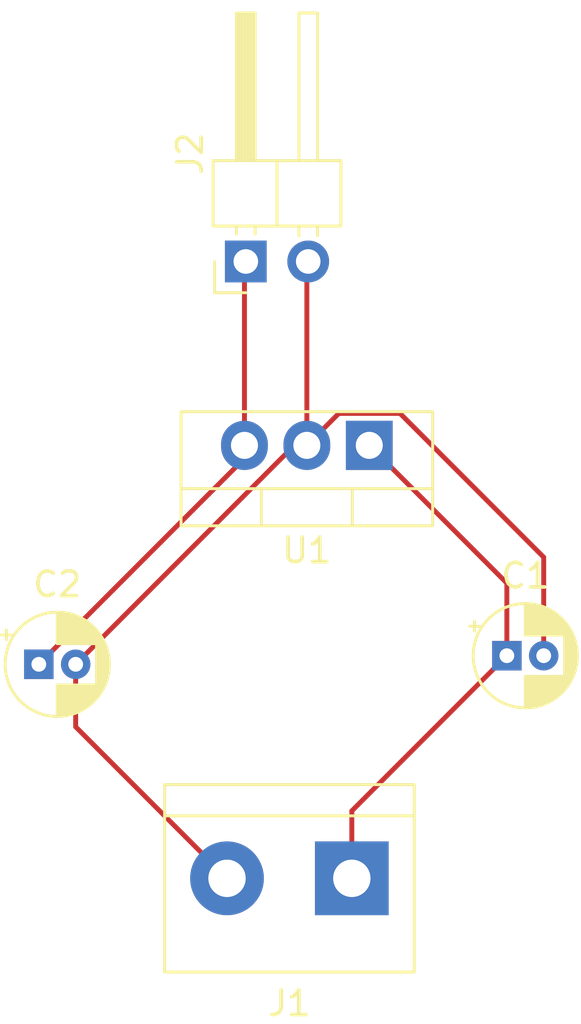
<source format=kicad_pcb>
(kicad_pcb (version 20240108) (generator "pcbnew") (generator_version "8.0")
  (layers (0 "F.Cu" signal) (31 "B.Cu" signal) (34 "B.Paste" user) (35 "F.Paste" user) (36 "B.SilkS" user "B.Silkscreen") (37 "F.SilkS" user "F.Silkscreen") (38 "B.Mask" user) (39 "F.Mask" user) (44 "Edge.Cuts" user))
  (net 0 "")
  (net 1 "Power supply")
  (net 2 "Earth")
  (net 3 "+5V")
  (footprint "Connector_PinHeader_2.54mm:PinHeader_1x02_P2.54mm_Horizontal" (layer "F.Cu") (at 141.725 74.125 90)
    (property "Reference" "J2" (at 4.385 -2.27 90) (layer "F.SilkS"))
    (property "Value" "Conn_01x02_Pin")
    (fp_line (start 4.1 -1.33) (end 1.44 -1.33) (stroke (width 0.12)) (layer "F.SilkS"))
    (fp_line (start 1.44 -1.33) (end 1.44 3.87) (stroke (width 0.12)) (layer "F.SilkS"))
    (fp_line (start -1.27 -1.27) (end 0 -1.27) (stroke (width 0.12)) (layer "F.SilkS"))
    (fp_line (start 10.1 -0.38) (end 10.1 0.38) (stroke (width 0.12)) (layer "F.SilkS"))
    (fp_line (start 4.1 -0.38) (end 10.1 -0.38) (stroke (width 0.12)) (layer "F.SilkS"))
    (fp_line (start 1.11 -0.38) (end 1.44 -0.38) (stroke (width 0.12)) (layer "F.SilkS"))
    (fp_line (start 4.1 -0.32) (end 10.1 -0.32) (stroke (width 0.12)) (layer "F.SilkS"))
    (fp_line (start 4.1 -0.2) (end 10.1 -0.2) (stroke (width 0.12)) (layer "F.SilkS"))
    (fp_line (start 4.1 -0.08) (end 10.1 -0.08) (stroke (width 0.12)) (layer "F.SilkS"))
    (fp_line (start -1.27 0) (end -1.27 -1.27) (stroke (width 0.12)) (layer "F.SilkS"))
    (fp_line (start 4.1 0.04) (end 10.1 0.04) (stroke (width 0.12)) (layer "F.SilkS"))
    (fp_line (start 4.1 0.16) (end 10.1 0.16) (stroke (width 0.12)) (layer "F.SilkS"))
    (fp_line (start 4.1 0.28) (end 10.1 0.28) (stroke (width 0.12)) (layer "F.SilkS"))
    (fp_line (start 10.1 0.38) (end 4.1 0.38) (stroke (width 0.12)) (layer "F.SilkS"))
    (fp_line (start 1.11 0.38) (end 1.44 0.38) (stroke (width 0.12)) (layer "F.SilkS"))
    (fp_line (start 1.44 1.27) (end 4.1 1.27) (stroke (width 0.12)) (layer "F.SilkS"))
    (fp_line (start 10.1 2.16) (end 10.1 2.92) (stroke (width 0.12)) (layer "F.SilkS"))
    (fp_line (start 4.1 2.16) (end 10.1 2.16) (stroke (width 0.12)) (layer "F.SilkS"))
    (fp_line (start 1.042929 2.16) (end 1.44 2.16) (stroke (width 0.12)) (layer "F.SilkS"))
    (fp_line (start 10.1 2.92) (end 4.1 2.92) (stroke (width 0.12)) (layer "F.SilkS"))
    (fp_line (start 1.042929 2.92) (end 1.44 2.92) (stroke (width 0.12)) (layer "F.SilkS"))
    (fp_line (start 4.1 3.87) (end 4.1 -1.33) (stroke (width 0.12)) (layer "F.SilkS"))
    (fp_line (start 1.44 3.87) (end 4.1 3.87) (stroke (width 0.12)) (layer "F.SilkS"))
    (pad "1" thru_hole rect (at 0 0 90) (size 1.7 1.7) (drill 1) (layers "*.Cu" "*.Mask") (net 3 "+5V"))
    (pad "2" thru_hole oval (at 0 2.54 90) (size 1.7 1.7) (drill 1) (layers "*.Cu" "*.Mask") (net 2 "Earth"))
  )
  (footprint "Capacitor_THT:CP_Radial_D4.0mm_P1.50mm" (layer "F.Cu") (at 133.3 90.5)
    (property "Reference" "C2" (at 0.75 -3.25 0) (layer "F.SilkS"))
    (property "Value" "C")
    (fp_line (start -1.519801 -1.195) (end -1.119801 -1.195) (stroke (width 0.12)) (layer "F.SilkS"))
    (fp_line (start -1.319801 -1.395) (end -1.319801 -0.995) (stroke (width 0.12)) (layer "F.SilkS"))
    (fp_line (start 0.75 -2.08) (end 0.75 -0.84) (stroke (width 0.12)) (layer "F.SilkS"))
    (fp_line (start 0.75 0.84) (end 0.75 2.08) (stroke (width 0.12)) (layer "F.SilkS"))
    (fp_line (start 0.79 -2.08) (end 0.79 -0.84) (stroke (width 0.12)) (layer "F.SilkS"))
    (fp_line (start 0.79 0.84) (end 0.79 2.08) (stroke (width 0.12)) (layer "F.SilkS"))
    (fp_line (start 0.83 -2.079) (end 0.83 -0.84) (stroke (width 0.12)) (layer "F.SilkS"))
    (fp_line (start 0.83 0.84) (end 0.83 2.079) (stroke (width 0.12)) (layer "F.SilkS"))
    (fp_line (start 0.87 -2.077) (end 0.87 -0.84) (stroke (width 0.12)) (layer "F.SilkS"))
    (fp_line (start 0.87 0.84) (end 0.87 2.077) (stroke (width 0.12)) (layer "F.SilkS"))
    (fp_line (start 0.91 -2.074) (end 0.91 -0.84) (stroke (width 0.12)) (layer "F.SilkS"))
    (fp_line (start 0.91 0.84) (end 0.91 2.074) (stroke (width 0.12)) (layer "F.SilkS"))
    (fp_line (start 0.95 -2.071) (end 0.95 -0.84) (stroke (width 0.12)) (layer "F.SilkS"))
    (fp_line (start 0.95 0.84) (end 0.95 2.071) (stroke (width 0.12)) (layer "F.SilkS"))
    (fp_line (start 0.99 -2.067) (end 0.99 -0.84) (stroke (width 0.12)) (layer "F.SilkS"))
    (fp_line (start 0.99 0.84) (end 0.99 2.067) (stroke (width 0.12)) (layer "F.SilkS"))
    (fp_line (start 1.03 -2.062) (end 1.03 -0.84) (stroke (width 0.12)) (layer "F.SilkS"))
    (fp_line (start 1.03 0.84) (end 1.03 2.062) (stroke (width 0.12)) (layer "F.SilkS"))
    (fp_line (start 1.07 -2.056) (end 1.07 -0.84) (stroke (width 0.12)) (layer "F.SilkS"))
    (fp_line (start 1.07 0.84) (end 1.07 2.056) (stroke (width 0.12)) (layer "F.SilkS"))
    (fp_line (start 1.11 -2.05) (end 1.11 -0.84) (stroke (width 0.12)) (layer "F.SilkS"))
    (fp_line (start 1.11 0.84) (end 1.11 2.05) (stroke (width 0.12)) (layer "F.SilkS"))
    (fp_line (start 1.15 -2.042) (end 1.15 -0.84) (stroke (width 0.12)) (layer "F.SilkS"))
    (fp_line (start 1.15 0.84) (end 1.15 2.042) (stroke (width 0.12)) (layer "F.SilkS"))
    (fp_line (start 1.19 -2.034) (end 1.19 -0.84) (stroke (width 0.12)) (layer "F.SilkS"))
    (fp_line (start 1.19 0.84) (end 1.19 2.034) (stroke (width 0.12)) (layer "F.SilkS"))
    (fp_line (start 1.23 -2.025) (end 1.23 -0.84) (stroke (width 0.12)) (layer "F.SilkS"))
    (fp_line (start 1.23 0.84) (end 1.23 2.025) (stroke (width 0.12)) (layer "F.SilkS"))
    (fp_line (start 1.27 -2.016) (end 1.27 -0.84) (stroke (width 0.12)) (layer "F.SilkS"))
    (fp_line (start 1.27 0.84) (end 1.27 2.016) (stroke (width 0.12)) (layer "F.SilkS"))
    (fp_line (start 1.31 -2.005) (end 1.31 -0.84) (stroke (width 0.12)) (layer "F.SilkS"))
    (fp_line (start 1.31 0.84) (end 1.31 2.005) (stroke (width 0.12)) (layer "F.SilkS"))
    (fp_line (start 1.35 -1.994) (end 1.35 -0.84) (stroke (width 0.12)) (layer "F.SilkS"))
    (fp_line (start 1.35 0.84) (end 1.35 1.994) (stroke (width 0.12)) (layer "F.SilkS"))
    (fp_line (start 1.39 -1.982) (end 1.39 -0.84) (stroke (width 0.12)) (layer "F.SilkS"))
    (fp_line (start 1.39 0.84) (end 1.39 1.982) (stroke (width 0.12)) (layer "F.SilkS"))
    (fp_line (start 1.43 -1.968) (end 1.43 -0.84) (stroke (width 0.12)) (layer "F.SilkS"))
    (fp_line (start 1.43 0.84) (end 1.43 1.968) (stroke (width 0.12)) (layer "F.SilkS"))
    (fp_line (start 1.471 -1.954) (end 1.471 -0.84) (stroke (width 0.12)) (layer "F.SilkS"))
    (fp_line (start 1.471 0.84) (end 1.471 1.954) (stroke (width 0.12)) (layer "F.SilkS"))
    (fp_line (start 1.511 -1.94) (end 1.511 -0.84) (stroke (width 0.12)) (layer "F.SilkS"))
    (fp_line (start 1.511 0.84) (end 1.511 1.94) (stroke (width 0.12)) (layer "F.SilkS"))
    (fp_line (start 1.551 -1.924) (end 1.551 -0.84) (stroke (width 0.12)) (layer "F.SilkS"))
    (fp_line (start 1.551 0.84) (end 1.551 1.924) (stroke (width 0.12)) (layer "F.SilkS"))
    (fp_line (start 1.591 -1.907) (end 1.591 -0.84) (stroke (width 0.12)) (layer "F.SilkS"))
    (fp_line (start 1.591 0.84) (end 1.591 1.907) (stroke (width 0.12)) (layer "F.SilkS"))
    (fp_line (start 1.631 -1.889) (end 1.631 -0.84) (stroke (width 0.12)) (layer "F.SilkS"))
    (fp_line (start 1.631 0.84) (end 1.631 1.889) (stroke (width 0.12)) (layer "F.SilkS"))
    (fp_line (start 1.671 -1.87) (end 1.671 -0.84) (stroke (width 0.12)) (layer "F.SilkS"))
    (fp_line (start 1.671 0.84) (end 1.671 1.87) (stroke (width 0.12)) (layer "F.SilkS"))
    (fp_line (start 1.711 -1.851) (end 1.711 -0.84) (stroke (width 0.12)) (layer "F.SilkS"))
    (fp_line (start 1.711 0.84) (end 1.711 1.851) (stroke (width 0.12)) (layer "F.SilkS"))
    (fp_line (start 1.751 -1.83) (end 1.751 -0.84) (stroke (width 0.12)) (layer "F.SilkS"))
    (fp_line (start 1.751 0.84) (end 1.751 1.83) (stroke (width 0.12)) (layer "F.SilkS"))
    (fp_line (start 1.791 -1.808) (end 1.791 -0.84) (stroke (width 0.12)) (layer "F.SilkS"))
    (fp_line (start 1.791 0.84) (end 1.791 1.808) (stroke (width 0.12)) (layer "F.SilkS"))
    (fp_line (start 1.831 -1.785) (end 1.831 -0.84) (stroke (width 0.12)) (layer "F.SilkS"))
    (fp_line (start 1.831 0.84) (end 1.831 1.785) (stroke (width 0.12)) (layer "F.SilkS"))
    (fp_line (start 1.871 -1.76) (end 1.871 -0.84) (stroke (width 0.12)) (layer "F.SilkS"))
    (fp_line (start 1.871 0.84) (end 1.871 1.76) (stroke (width 0.12)) (layer "F.SilkS"))
    (fp_line (start 1.911 -1.735) (end 1.911 -0.84) (stroke (width 0.12)) (layer "F.SilkS"))
    (fp_line (start 1.911 0.84) (end 1.911 1.735) (stroke (width 0.12)) (layer "F.SilkS"))
    (fp_line (start 1.951 -1.708) (end 1.951 -0.84) (stroke (width 0.12)) (layer "F.SilkS"))
    (fp_line (start 1.951 0.84) (end 1.951 1.708) (stroke (width 0.12)) (layer "F.SilkS"))
    (fp_line (start 1.991 -1.68) (end 1.991 -0.84) (stroke (width 0.12)) (layer "F.SilkS"))
    (fp_line (start 1.991 0.84) (end 1.991 1.68) (stroke (width 0.12)) (layer "F.SilkS"))
    (fp_line (start 2.031 -1.65) (end 2.031 -0.84) (stroke (width 0.12)) (layer "F.SilkS"))
    (fp_line (start 2.031 0.84) (end 2.031 1.65) (stroke (width 0.12)) (layer "F.SilkS"))
    (fp_line (start 2.071 -1.619) (end 2.071 -0.84) (stroke (width 0.12)) (layer "F.SilkS"))
    (fp_line (start 2.071 0.84) (end 2.071 1.619) (stroke (width 0.12)) (layer "F.SilkS"))
    (fp_line (start 2.111 -1.587) (end 2.111 -0.84) (stroke (width 0.12)) (layer "F.SilkS"))
    (fp_line (start 2.111 0.84) (end 2.111 1.587) (stroke (width 0.12)) (layer "F.SilkS"))
    (fp_line (start 2.151 -1.552) (end 2.151 -0.84) (stroke (width 0.12)) (layer "F.SilkS"))
    (fp_line (start 2.151 0.84) (end 2.151 1.552) (stroke (width 0.12)) (layer "F.SilkS"))
    (fp_line (start 2.191 -1.516) (end 2.191 -0.84) (stroke (width 0.12)) (layer "F.SilkS"))
    (fp_line (start 2.191 0.84) (end 2.191 1.516) (stroke (width 0.12)) (layer "F.SilkS"))
    (fp_line (start 2.231 -1.478) (end 2.231 -0.84) (stroke (width 0.12)) (layer "F.SilkS"))
    (fp_line (start 2.231 0.84) (end 2.231 1.478) (stroke (width 0.12)) (layer "F.SilkS"))
    (fp_line (start 2.271 -1.438) (end 2.271 -0.84) (stroke (width 0.12)) (layer "F.SilkS"))
    (fp_line (start 2.271 0.84) (end 2.271 1.438) (stroke (width 0.12)) (layer "F.SilkS"))
    (fp_line (start 2.311 -1.396) (end 2.311 -0.84) (stroke (width 0.12)) (layer "F.SilkS"))
    (fp_line (start 2.311 0.84) (end 2.311 1.396) (stroke (width 0.12)) (layer "F.SilkS"))
    (fp_line (start 2.351 -1.351) (end 2.351 1.351) (stroke (width 0.12)) (layer "F.SilkS"))
    (fp_line (start 2.391 -1.304) (end 2.391 1.304) (stroke (width 0.12)) (layer "F.SilkS"))
    (fp_line (start 2.431 -1.254) (end 2.431 1.254) (stroke (width 0.12)) (layer "F.SilkS"))
    (fp_line (start 2.471 -1.2) (end 2.471 1.2) (stroke (width 0.12)) (layer "F.SilkS"))
    (fp_line (start 2.511 -1.142) (end 2.511 1.142) (stroke (width 0.12)) (layer "F.SilkS"))
    (fp_line (start 2.551 -1.08) (end 2.551 1.08) (stroke (width 0.12)) (layer "F.SilkS"))
    (fp_line (start 2.591 -1.013) (end 2.591 1.013) (stroke (width 0.12)) (layer "F.SilkS"))
    (fp_line (start 2.631 -0.94) (end 2.631 0.94) (stroke (width 0.12)) (layer "F.SilkS"))
    (fp_line (start 2.671 -0.859) (end 2.671 0.859) (stroke (width 0.12)) (layer "F.SilkS"))
    (fp_line (start 2.711 -0.768) (end 2.711 0.768) (stroke (width 0.12)) (layer "F.SilkS"))
    (fp_line (start 2.751 -0.664) (end 2.751 0.664) (stroke (width 0.12)) (layer "F.SilkS"))
    (fp_line (start 2.791 -0.537) (end 2.791 0.537) (stroke (width 0.12)) (layer "F.SilkS"))
    (fp_line (start 2.831 -0.37) (end 2.831 0.37) (stroke (width 0.12)) (layer "F.SilkS"))
    (fp_circle (center 0.75 0) (end 2.87 0) (stroke (width 0.12)) (fill none) (layer "F.SilkS"))
    (pad "1" thru_hole rect (at 0 0) (size 1.2 1.2) (drill 0.6) (layers "*.Cu" "*.Mask") (net 3 "+5V"))
    (pad "2" thru_hole circle (at 1.5 0) (size 1.2 1.2) (drill 0.6) (layers "*.Cu" "*.Mask") (net 2 "Earth"))
  )
  (footprint "TerminalBlock:TerminalBlock_bornier-2_P5.08mm" (layer "F.Cu") (at 146.04 99.2 180)
    (property "Reference" "J1" (at 2.54 -5.08 360) (layer "F.SilkS"))
    (property "Value" "Conn_01x02_Socket")
    (fp_line (start 7.62 3.81) (end 7.62 -3.81) (stroke (width 0.12)) (layer "F.SilkS"))
    (fp_line (start 7.62 2.54) (end -2.54 2.54) (stroke (width 0.12)) (layer "F.SilkS"))
    (fp_line (start 7.62 -3.81) (end -2.54 -3.81) (stroke (width 0.12)) (layer "F.SilkS"))
    (fp_line (start -2.54 3.81) (end 7.62 3.81) (stroke (width 0.12)) (layer "F.SilkS"))
    (fp_line (start -2.54 -3.81) (end -2.54 3.81) (stroke (width 0.12)) (layer "F.SilkS"))
    (pad "1" thru_hole rect (at 0 0 180) (size 3 3) (drill 1.52) (layers "*.Cu" "*.Mask") (net 1 "Power supply"))
    (pad "2" thru_hole circle (at 5.08 0 180) (size 3 3) (drill 1.52) (layers "*.Cu" "*.Mask") (net 2 "Earth"))
  )
  (footprint "Capacitor_THT:CP_Radial_D4.0mm_P1.50mm" (layer "F.Cu") (at 152.35 90.15)
    (property "Reference" "C1" (at 0.75 -3.25 0) (layer "F.SilkS"))
    (property "Value" "C")
    (fp_line (start -1.519801 -1.195) (end -1.119801 -1.195) (stroke (width 0.12)) (layer "F.SilkS"))
    (fp_line (start -1.319801 -1.395) (end -1.319801 -0.995) (stroke (width 0.12)) (layer "F.SilkS"))
    (fp_line (start 0.75 -2.08) (end 0.75 -0.84) (stroke (width 0.12)) (layer "F.SilkS"))
    (fp_line (start 0.75 0.84) (end 0.75 2.08) (stroke (width 0.12)) (layer "F.SilkS"))
    (fp_line (start 0.79 -2.08) (end 0.79 -0.84) (stroke (width 0.12)) (layer "F.SilkS"))
    (fp_line (start 0.79 0.84) (end 0.79 2.08) (stroke (width 0.12)) (layer "F.SilkS"))
    (fp_line (start 0.83 -2.079) (end 0.83 -0.84) (stroke (width 0.12)) (layer "F.SilkS"))
    (fp_line (start 0.83 0.84) (end 0.83 2.079) (stroke (width 0.12)) (layer "F.SilkS"))
    (fp_line (start 0.87 -2.077) (end 0.87 -0.84) (stroke (width 0.12)) (layer "F.SilkS"))
    (fp_line (start 0.87 0.84) (end 0.87 2.077) (stroke (width 0.12)) (layer "F.SilkS"))
    (fp_line (start 0.91 -2.074) (end 0.91 -0.84) (stroke (width 0.12)) (layer "F.SilkS"))
    (fp_line (start 0.91 0.84) (end 0.91 2.074) (stroke (width 0.12)) (layer "F.SilkS"))
    (fp_line (start 0.95 -2.071) (end 0.95 -0.84) (stroke (width 0.12)) (layer "F.SilkS"))
    (fp_line (start 0.95 0.84) (end 0.95 2.071) (stroke (width 0.12)) (layer "F.SilkS"))
    (fp_line (start 0.99 -2.067) (end 0.99 -0.84) (stroke (width 0.12)) (layer "F.SilkS"))
    (fp_line (start 0.99 0.84) (end 0.99 2.067) (stroke (width 0.12)) (layer "F.SilkS"))
    (fp_line (start 1.03 -2.062) (end 1.03 -0.84) (stroke (width 0.12)) (layer "F.SilkS"))
    (fp_line (start 1.03 0.84) (end 1.03 2.062) (stroke (width 0.12)) (layer "F.SilkS"))
    (fp_line (start 1.07 -2.056) (end 1.07 -0.84) (stroke (width 0.12)) (layer "F.SilkS"))
    (fp_line (start 1.07 0.84) (end 1.07 2.056) (stroke (width 0.12)) (layer "F.SilkS"))
    (fp_line (start 1.11 -2.05) (end 1.11 -0.84) (stroke (width 0.12)) (layer "F.SilkS"))
    (fp_line (start 1.11 0.84) (end 1.11 2.05) (stroke (width 0.12)) (layer "F.SilkS"))
    (fp_line (start 1.15 -2.042) (end 1.15 -0.84) (stroke (width 0.12)) (layer "F.SilkS"))
    (fp_line (start 1.15 0.84) (end 1.15 2.042) (stroke (width 0.12)) (layer "F.SilkS"))
    (fp_line (start 1.19 -2.034) (end 1.19 -0.84) (stroke (width 0.12)) (layer "F.SilkS"))
    (fp_line (start 1.19 0.84) (end 1.19 2.034) (stroke (width 0.12)) (layer "F.SilkS"))
    (fp_line (start 1.23 -2.025) (end 1.23 -0.84) (stroke (width 0.12)) (layer "F.SilkS"))
    (fp_line (start 1.23 0.84) (end 1.23 2.025) (stroke (width 0.12)) (layer "F.SilkS"))
    (fp_line (start 1.27 -2.016) (end 1.27 -0.84) (stroke (width 0.12)) (layer "F.SilkS"))
    (fp_line (start 1.27 0.84) (end 1.27 2.016) (stroke (width 0.12)) (layer "F.SilkS"))
    (fp_line (start 1.31 -2.005) (end 1.31 -0.84) (stroke (width 0.12)) (layer "F.SilkS"))
    (fp_line (start 1.31 0.84) (end 1.31 2.005) (stroke (width 0.12)) (layer "F.SilkS"))
    (fp_line (start 1.35 -1.994) (end 1.35 -0.84) (stroke (width 0.12)) (layer "F.SilkS"))
    (fp_line (start 1.35 0.84) (end 1.35 1.994) (stroke (width 0.12)) (layer "F.SilkS"))
    (fp_line (start 1.39 -1.982) (end 1.39 -0.84) (stroke (width 0.12)) (layer "F.SilkS"))
    (fp_line (start 1.39 0.84) (end 1.39 1.982) (stroke (width 0.12)) (layer "F.SilkS"))
    (fp_line (start 1.43 -1.968) (end 1.43 -0.84) (stroke (width 0.12)) (layer "F.SilkS"))
    (fp_line (start 1.43 0.84) (end 1.43 1.968) (stroke (width 0.12)) (layer "F.SilkS"))
    (fp_line (start 1.471 -1.954) (end 1.471 -0.84) (stroke (width 0.12)) (layer "F.SilkS"))
    (fp_line (start 1.471 0.84) (end 1.471 1.954) (stroke (width 0.12)) (layer "F.SilkS"))
    (fp_line (start 1.511 -1.94) (end 1.511 -0.84) (stroke (width 0.12)) (layer "F.SilkS"))
    (fp_line (start 1.511 0.84) (end 1.511 1.94) (stroke (width 0.12)) (layer "F.SilkS"))
    (fp_line (start 1.551 -1.924) (end 1.551 -0.84) (stroke (width 0.12)) (layer "F.SilkS"))
    (fp_line (start 1.551 0.84) (end 1.551 1.924) (stroke (width 0.12)) (layer "F.SilkS"))
    (fp_line (start 1.591 -1.907) (end 1.591 -0.84) (stroke (width 0.12)) (layer "F.SilkS"))
    (fp_line (start 1.591 0.84) (end 1.591 1.907) (stroke (width 0.12)) (layer "F.SilkS"))
    (fp_line (start 1.631 -1.889) (end 1.631 -0.84) (stroke (width 0.12)) (layer "F.SilkS"))
    (fp_line (start 1.631 0.84) (end 1.631 1.889) (stroke (width 0.12)) (layer "F.SilkS"))
    (fp_line (start 1.671 -1.87) (end 1.671 -0.84) (stroke (width 0.12)) (layer "F.SilkS"))
    (fp_line (start 1.671 0.84) (end 1.671 1.87) (stroke (width 0.12)) (layer "F.SilkS"))
    (fp_line (start 1.711 -1.851) (end 1.711 -0.84) (stroke (width 0.12)) (layer "F.SilkS"))
    (fp_line (start 1.711 0.84) (end 1.711 1.851) (stroke (width 0.12)) (layer "F.SilkS"))
    (fp_line (start 1.751 -1.83) (end 1.751 -0.84) (stroke (width 0.12)) (layer "F.SilkS"))
    (fp_line (start 1.751 0.84) (end 1.751 1.83) (stroke (width 0.12)) (layer "F.SilkS"))
    (fp_line (start 1.791 -1.808) (end 1.791 -0.84) (stroke (width 0.12)) (layer "F.SilkS"))
    (fp_line (start 1.791 0.84) (end 1.791 1.808) (stroke (width 0.12)) (layer "F.SilkS"))
    (fp_line (start 1.831 -1.785) (end 1.831 -0.84) (stroke (width 0.12)) (layer "F.SilkS"))
    (fp_line (start 1.831 0.84) (end 1.831 1.785) (stroke (width 0.12)) (layer "F.SilkS"))
    (fp_line (start 1.871 -1.76) (end 1.871 -0.84) (stroke (width 0.12)) (layer "F.SilkS"))
    (fp_line (start 1.871 0.84) (end 1.871 1.76) (stroke (width 0.12)) (layer "F.SilkS"))
    (fp_line (start 1.911 -1.735) (end 1.911 -0.84) (stroke (width 0.12)) (layer "F.SilkS"))
    (fp_line (start 1.911 0.84) (end 1.911 1.735) (stroke (width 0.12)) (layer "F.SilkS"))
    (fp_line (start 1.951 -1.708) (end 1.951 -0.84) (stroke (width 0.12)) (layer "F.SilkS"))
    (fp_line (start 1.951 0.84) (end 1.951 1.708) (stroke (width 0.12)) (layer "F.SilkS"))
    (fp_line (start 1.991 -1.68) (end 1.991 -0.84) (stroke (width 0.12)) (layer "F.SilkS"))
    (fp_line (start 1.991 0.84) (end 1.991 1.68) (stroke (width 0.12)) (layer "F.SilkS"))
    (fp_line (start 2.031 -1.65) (end 2.031 -0.84) (stroke (width 0.12)) (layer "F.SilkS"))
    (fp_line (start 2.031 0.84) (end 2.031 1.65) (stroke (width 0.12)) (layer "F.SilkS"))
    (fp_line (start 2.071 -1.619) (end 2.071 -0.84) (stroke (width 0.12)) (layer "F.SilkS"))
    (fp_line (start 2.071 0.84) (end 2.071 1.619) (stroke (width 0.12)) (layer "F.SilkS"))
    (fp_line (start 2.111 -1.587) (end 2.111 -0.84) (stroke (width 0.12)) (layer "F.SilkS"))
    (fp_line (start 2.111 0.84) (end 2.111 1.587) (stroke (width 0.12)) (layer "F.SilkS"))
    (fp_line (start 2.151 -1.552) (end 2.151 -0.84) (stroke (width 0.12)) (layer "F.SilkS"))
    (fp_line (start 2.151 0.84) (end 2.151 1.552) (stroke (width 0.12)) (layer "F.SilkS"))
    (fp_line (start 2.191 -1.516) (end 2.191 -0.84) (stroke (width 0.12)) (layer "F.SilkS"))
    (fp_line (start 2.191 0.84) (end 2.191 1.516) (stroke (width 0.12)) (layer "F.SilkS"))
    (fp_line (start 2.231 -1.478) (end 2.231 -0.84) (stroke (width 0.12)) (layer "F.SilkS"))
    (fp_line (start 2.231 0.84) (end 2.231 1.478) (stroke (width 0.12)) (layer "F.SilkS"))
    (fp_line (start 2.271 -1.438) (end 2.271 -0.84) (stroke (width 0.12)) (layer "F.SilkS"))
    (fp_line (start 2.271 0.84) (end 2.271 1.438) (stroke (width 0.12)) (layer "F.SilkS"))
    (fp_line (start 2.311 -1.396) (end 2.311 -0.84) (stroke (width 0.12)) (layer "F.SilkS"))
    (fp_line (start 2.311 0.84) (end 2.311 1.396) (stroke (width 0.12)) (layer "F.SilkS"))
    (fp_line (start 2.351 -1.351) (end 2.351 1.351) (stroke (width 0.12)) (layer "F.SilkS"))
    (fp_line (start 2.391 -1.304) (end 2.391 1.304) (stroke (width 0.12)) (layer "F.SilkS"))
    (fp_line (start 2.431 -1.254) (end 2.431 1.254) (stroke (width 0.12)) (layer "F.SilkS"))
    (fp_line (start 2.471 -1.2) (end 2.471 1.2) (stroke (width 0.12)) (layer "F.SilkS"))
    (fp_line (start 2.511 -1.142) (end 2.511 1.142) (stroke (width 0.12)) (layer "F.SilkS"))
    (fp_line (start 2.551 -1.08) (end 2.551 1.08) (stroke (width 0.12)) (layer "F.SilkS"))
    (fp_line (start 2.591 -1.013) (end 2.591 1.013) (stroke (width 0.12)) (layer "F.SilkS"))
    (fp_line (start 2.631 -0.94) (end 2.631 0.94) (stroke (width 0.12)) (layer "F.SilkS"))
    (fp_line (start 2.671 -0.859) (end 2.671 0.859) (stroke (width 0.12)) (layer "F.SilkS"))
    (fp_line (start 2.711 -0.768) (end 2.711 0.768) (stroke (width 0.12)) (layer "F.SilkS"))
    (fp_line (start 2.751 -0.664) (end 2.751 0.664) (stroke (width 0.12)) (layer "F.SilkS"))
    (fp_line (start 2.791 -0.537) (end 2.791 0.537) (stroke (width 0.12)) (layer "F.SilkS"))
    (fp_line (start 2.831 -0.37) (end 2.831 0.37) (stroke (width 0.12)) (layer "F.SilkS"))
    (fp_circle (center 0.75 0) (end 2.87 0) (stroke (width 0.12)) (fill none) (layer "F.SilkS"))
    (pad "1" thru_hole rect (at 0 0) (size 1.2 1.2) (drill 0.6) (layers "*.Cu" "*.Mask") (net 1 "Power supply"))
    (pad "2" thru_hole circle (at 1.5 0) (size 1.2 1.2) (drill 0.6) (layers "*.Cu" "*.Mask") (net 2 "Earth"))
  )
  (footprint "Package_TO_SOT_THT:TO-220-3_Vertical" (layer "F.Cu") (at 146.75 81.6 180)
    (property "Reference" "U1" (at 2.54 -4.27 360) (layer "F.SilkS"))
    (property "Value" "L7805")
    (fp_line (start 7.66 -3.27) (end 7.66 1.371) (stroke (width 0.12)) (layer "F.SilkS"))
    (fp_line (start 4.391 -3.27) (end 4.391 -1.76) (stroke (width 0.12)) (layer "F.SilkS"))
    (fp_line (start 0.69 -3.27) (end 0.69 -1.76) (stroke (width 0.12)) (layer "F.SilkS"))
    (fp_line (start -2.58 1.371) (end 7.66 1.371) (stroke (width 0.12)) (layer "F.SilkS"))
    (fp_line (start -2.58 -1.76) (end 7.66 -1.76) (stroke (width 0.12)) (layer "F.SilkS"))
    (fp_line (start -2.58 -3.27) (end 7.66 -3.27) (stroke (width 0.12)) (layer "F.SilkS"))
    (fp_line (start -2.58 -3.27) (end -2.58 1.371) (stroke (width 0.12)) (layer "F.SilkS"))
    (pad "1" thru_hole rect (at 0 0 180) (size 1.905 2) (drill 1.1) (layers "*.Cu" "*.Mask") (net 1 "Power supply"))
    (pad "2" thru_hole oval (at 2.54 0 180) (size 1.905 2) (drill 1.1) (layers "*.Cu" "*.Mask") (net 2 "Earth"))
    (pad "3" thru_hole oval (at 5.08 0 180) (size 1.905 2) (drill 1.1) (layers "*.Cu" "*.Mask") (net 3 "+5V"))
  )
  (segment (start 146.04 99.2) (end 146.04 96.46) (width 0.2) (layer "F.Cu") (net 1))
  (segment (start 146.04 96.46) (end 152.35 90.15) (width 0.2) (layer "F.Cu") (net 1))
  (segment (start 152.35 87.2) (end 146.75 81.6) (width 0.2) (layer "F.Cu") (net 1))
  (segment (start 152.35 90.15) (end 152.35 87.2) (width 0.2) (layer "F.Cu") (net 1))
  (segment (start 144.21 81.6) (end 145.51 80.3) (width 0.2) (layer "F.Cu") (net 2))
  (segment (start 134.8 90.5) (end 134.8 93.04) (width 0.2) (layer "F.Cu") (net 2))
  (segment (start 148.0025 80.3) (end 153.85 86.1475) (width 0.2) (layer "F.Cu") (net 2))
  (segment (start 143.7 81.6) (end 144.21 81.6) (width 0.2) (layer "F.Cu") (net 2))
  (segment (start 144.21 74.18) (end 144.265 74.125) (width 0.2) (layer "F.Cu") (net 2))
  (segment (start 144.21 81.6) (end 144.21 74.18) (width 0.2) (layer "F.Cu") (net 2))
  (segment (start 134.8 93.04) (end 140.96 99.2) (width 0.2) (layer "F.Cu") (net 2))
  (segment (start 153.85 86.1475) (end 153.85 90.15) (width 0.2) (layer "F.Cu") (net 2))
  (segment (start 134.8 90.5) (end 143.7 81.6) (width 0.2) (layer "F.Cu") (net 2))
  (segment (start 145.51 80.3) (end 148.0025 80.3) (width 0.2) (layer "F.Cu") (net 2))
  (segment (start 141.67 81.6) (end 141.67 82.13) (width 0.2) (layer "F.Cu") (net 3))
  (segment (start 141.67 82.13) (end 133.3 90.5) (width 0.2) (layer "F.Cu") (net 3))
  (segment (start 141.67 81.6) (end 141.67 74.18) (width 0.2) (layer "F.Cu") (net 3))
  (segment (start 141.67 74.18) (end 141.725 74.125) (width 0.2) (layer "F.Cu") (net 3))
)
</source>
